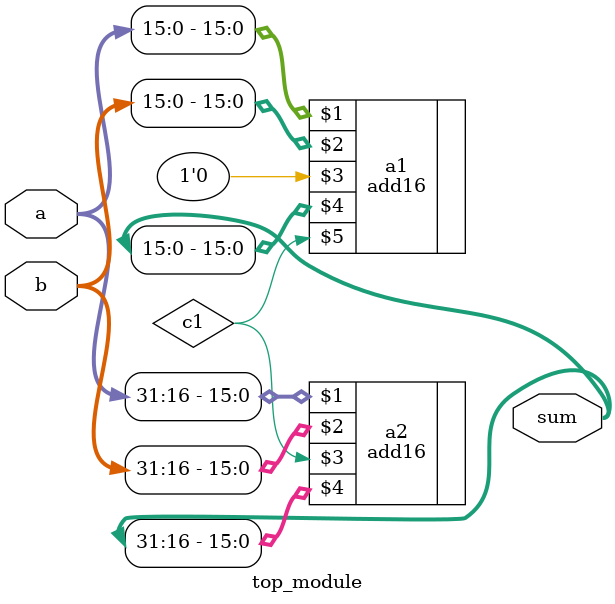
<source format=v>
module top_module(
    input [31:0] a,
    input [31:0] b,
    output [31:0] sum
);
    wire c1;
    add16 a1(a[15:0], b[15:0], 1'b0, sum[15:0],c1);
    add16 a2(a[31:16], b[31:16], c1, sum[31:16]);
endmodule

</source>
